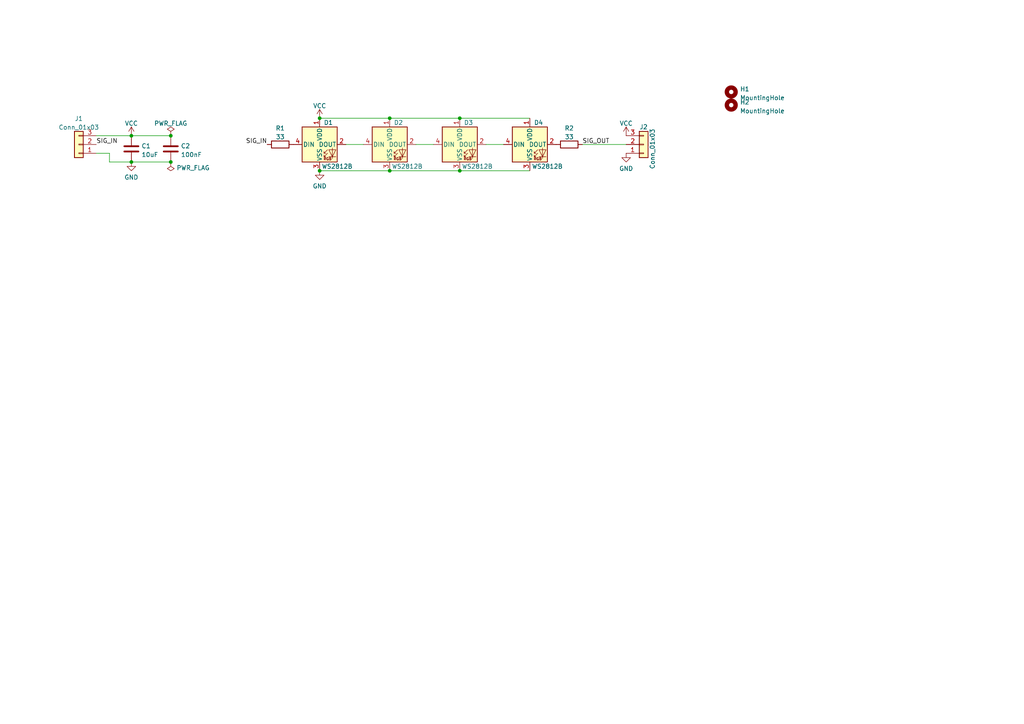
<source format=kicad_sch>
(kicad_sch (version 20211123) (generator eeschema)
  (paper "A4")
  (lib_symbols
    (symbol "Connector_Generic:Conn_01x03" (pin_names (offset 1.016) hide)
      (property "Reference" "J" (at 0 5.08 0))
      (property "Value" "Conn_01x03" (at 0 -5.08 0))
      (symbol "Conn_01x03_1_1"
        (rectangle (start -1.27 -2.413) (end 0 -2.667) (stroke (width 0.1524)))
        (rectangle (start -1.27 0.127) (end 0 -0.127) (stroke (width 0.1524)))
        (rectangle (start -1.27 2.667) (end 0 2.413) (stroke (width 0.1524)))
        (rectangle (start -1.27 3.81) (end 1.27 -3.81) (stroke (width 0.254)) (fill (type background)))
        (pin passive line (at -5.08 2.54 0) (length 3.81) (name "Pin_1") (number "1"))
        (pin passive line (at -5.08 0 0) (length 3.81) (name "Pin_2") (number "2"))
        (pin passive line (at -5.08 -2.54 0) (length 3.81) (name "Pin_3") (number "3"))
      )
    )
    (symbol "Device:C" (pin_numbers hide) (pin_names (offset 0.254))
      (property "Reference" "C" (at 0.635 2.54 0))
      (property "Value" "C" (at 0.635 -2.54 0))
      (symbol "C_0_1"
        (polyline (pts (xy -2.032 -0.762) (xy 2.032 -0.762)) (stroke (width 0.508)))
        (polyline (pts (xy -2.032 0.762) (xy 2.032 0.762)) (stroke (width 0.508)))
      )
      (symbol "C_1_1"
        (pin passive line (at 0 3.81 270) (length 2.794) (name "~") (number "1"))
        (pin passive line (at 0 -3.81 90) (length 2.794) (name "~") (number "2"))
      )
    )
    (symbol "Device:R" (pin_numbers hide) (pin_names (offset 0))
      (property "Reference" "R" (at 2.032 0 90))
      (property "Value" "R" (at 0 0 90))
      (symbol "R_0_1"
        (rectangle (start -1.016 -2.54) (end 1.016 2.54) (stroke (width 0.254)))
      )
      (symbol "R_1_1"
        (pin passive line (at 0 3.81 270) (length 1.27) (name "~") (number "1"))
        (pin passive line (at 0 -3.81 90) (length 1.27) (name "~") (number "2"))
      )
    )
    (symbol "LED:WS2812B" (pin_names (offset 0.254))
      (property "Reference" "D" (at 5.08 5.715 0))
      (property "Value" "WS2812B" (at 1.27 -5.715 0))
      (symbol "WS2812B_0_0"
        (text "RGB" (at 2.286 -4.191 0) (effects (font (size 0.762 0.762))))
      )
      (symbol "WS2812B_0_1"
        (polyline (pts (xy 1.27 -3.556) (xy 1.778 -3.556)))
        (polyline (pts (xy 1.27 -2.54) (xy 1.778 -2.54)))
        (polyline (pts (xy 4.699 -3.556) (xy 2.667 -3.556)))
        (polyline (pts (xy 2.286 -2.54) (xy 1.27 -3.556) (xy 1.27 -3.048)))
        (polyline (pts (xy 2.286 -1.524) (xy 1.27 -2.54) (xy 1.27 -2.032)))
        (polyline (pts (xy 3.683 -1.016) (xy 3.683 -3.556) (xy 3.683 -4.064)))
        (polyline (pts (xy 4.699 -1.524) (xy 2.667 -1.524) (xy 3.683 -3.556) (xy 4.699 -1.524)))
        (rectangle (start 5.08 5.08) (end -5.08 -5.08) (stroke (width 0.254)) (fill (type background)))
      )
      (symbol "WS2812B_1_1"
        (pin power_in line (at 0 7.62 270) (length 2.54) (name "VDD") (number "1"))
        (pin output line (at 7.62 0 180) (length 2.54) (name "DOUT") (number "2"))
        (pin power_in line (at 0 -7.62 90) (length 2.54) (name "VSS") (number "3"))
        (pin input line (at -7.62 0 0) (length 2.54) (name "DIN") (number "4"))
      )
    )
    (symbol "Mechanical:MountingHole" (pin_names (offset 1.016))
      (property "Reference" "H" (at 0 5.08 0))
      (property "Value" "MountingHole" (at 0 3.175 0))
      (symbol "MountingHole_0_1"
        (circle (center 0 0) (radius 1.27) (stroke (width 1.27)))
      )
    )
    (symbol "power:GND" (power) (pin_names (offset 0))
      (property "Value" "GND" (at 0 -3.81 0))
      (symbol "GND_0_1"
        (polyline (pts (xy 0 0) (xy 0 -1.27) (xy 1.27 -1.27) (xy 0 -2.54) (xy -1.27 -1.27) (xy 0 -1.27)))
      )
      (symbol "GND_1_1"
        (pin power_in line (at 0 0 270) (length 0) hide (name "GND") (number "1"))
      )
    )
    (symbol "power:PWR_FLAG" (power) (pin_numbers hide) (pin_names (offset 0) hide)
      (property "Value" "PWR_FLAG" (at 0 3.81 0))
      (symbol "PWR_FLAG_0_0"
        (pin power_out line (at 0 0 90) (length 0) (name "pwr") (number "1"))
      )
      (symbol "PWR_FLAG_0_1"
        (polyline (pts (xy 0 0) (xy 0 1.27) (xy -1.016 1.905) (xy 0 2.54) (xy 1.016 1.905) (xy 0 1.27)))
      )
    )
    (symbol "power:VCC" (power) (pin_names (offset 0))
      (property "Value" "VCC" (at 0 3.81 0))
      (symbol "VCC_0_1"
        (polyline (pts (xy -0.762 1.27) (xy 0 2.54)))
        (polyline (pts (xy 0 0) (xy 0 2.54)))
        (polyline (pts (xy 0 2.54) (xy 0.762 1.27)))
      )
      (symbol "VCC_1_1"
        (pin power_in line (at 0 0 90) (length 0) hide (name "VCC") (number "1"))
      )
    )
  )
  (junction (at 113.03 49.53))
  (junction (at 92.71 49.53))
  (junction (at 113.03 34.29))
  (junction (at 92.71 34.29))
  (junction (at 38.1 46.99))
  (junction (at 49.53 39.37))
  (junction (at 133.35 34.29))
  (junction (at 38.1 39.37))
  (junction (at 133.35 49.53))
  (junction (at 49.53 46.99))
  (wire (pts (xy 27.94 39.37) (xy 38.1 39.37)))
  (wire (pts (xy 92.71 34.29) (xy 113.03 34.29)))
  (wire (pts (xy 113.03 49.53) (xy 133.35 49.53)))
  (wire (pts (xy 140.97 41.91) (xy 146.05 41.91)))
  (wire (pts (xy 31.75 46.99) (xy 31.75 44.45)))
  (wire (pts (xy 133.35 49.53) (xy 153.67 49.53)))
  (wire (pts (xy 168.91 41.91) (xy 181.61 41.91)))
  (wire (pts (xy 38.1 46.99) (xy 49.53 46.99)))
  (wire (pts (xy 92.71 49.53) (xy 113.03 49.53)))
  (wire (pts (xy 133.35 34.29) (xy 153.67 34.29)))
  (wire (pts (xy 38.1 39.37) (xy 49.53 39.37)))
  (wire (pts (xy 100.33 41.91) (xy 105.41 41.91)))
  (wire (pts (xy 31.75 44.45) (xy 27.94 44.45)))
  (wire (pts (xy 113.03 34.29) (xy 133.35 34.29)))
  (wire (pts (xy 120.65 41.91) (xy 125.73 41.91)))
  (wire (pts (xy 38.1 46.99) (xy 31.75 46.99)))
  (label "SIG_OUT" (at 168.91 41.91 0))
  (label "SIG_IN" (at 27.94 41.91 0))
  (label "SIG_IN" (at 77.47 41.91 180))
  (symbol (lib_id "LED:WS2812B") (at 153.67 41.91 0) (unit 1)
    (property "Reference" "D4" (at 156.21 35.56 0))
    (property "Value" "WS2812B" (at 158.75 48.26 0))
    (property "Footprint" "LED_SMD:LED_WS2812B_PLCC4_5.0x5.0mm_P3.2mm" (effects hide))
    (property "Datasheet" "https://cdn-shop.adafruit.com/datasheets/WS2812B.pdf" (effects hide))
    (property "LCSC" "C2761796" (effects hide))
  )
  (symbol (lib_id "power:VCC") (at 38.1 39.37 0) (unit 1)
    (property "Reference" "#PWR01" (effects hide))
    (property "Value" "VCC" (at 38.1 35.7942 0))
  )
  (symbol (lib_id "power:VCC") (at 181.61 39.37 0) (unit 1)
    (property "Reference" "#PWR05" (effects hide))
    (property "Value" "VCC" (at 181.61 35.7942 0))
  )
  (symbol (lib_id "power:PWR_FLAG") (at 49.53 39.37 0) (unit 1)
    (property "Reference" "#FLG01" (effects hide))
    (property "Value" "PWR_FLAG" (at 49.53 35.7942 0))
  )
  (symbol (lib_id "LED:WS2812B") (at 92.71 41.91 0) (unit 1)
    (property "Reference" "D1" (at 95.25 35.56 0))
    (property "Value" "WS2812B" (at 97.79 48.26 0))
    (property "Footprint" "LED_SMD:LED_WS2812B_PLCC4_5.0x5.0mm_P3.2mm" (effects hide))
    (property "Datasheet" "https://cdn-shop.adafruit.com/datasheets/WS2812B.pdf" (effects hide))
    (property "LCSC" "C2761796" (effects hide))
  )
  (symbol (lib_id "power:VCC") (at 92.71 34.29 0) (unit 1)
    (property "Reference" "#PWR03" (effects hide))
    (property "Value" "VCC" (at 92.71 30.7142 0))
  )
  (symbol (lib_id "LED:WS2812B") (at 113.03 41.91 0) (unit 1)
    (property "Reference" "D2" (at 115.57 35.56 0))
    (property "Value" "WS2812B" (at 118.11 48.26 0))
    (property "Footprint" "LED_SMD:LED_WS2812B_PLCC4_5.0x5.0mm_P3.2mm" (effects hide))
    (property "Datasheet" "https://cdn-shop.adafruit.com/datasheets/WS2812B.pdf" (effects hide))
    (property "LCSC" "C2761796" (effects hide))
  )
  (symbol (lib_id "Device:C") (at 49.53 43.18 0) (unit 1)
    (property "Reference" "C2" (at 52.451 42.3453 0) (effects (justify left)))
    (property "Value" "100nF" (at 52.451 44.8822 0) (effects (justify left)))
    (property "Footprint" "Capacitor_SMD:C_0402_1005Metric" (effects hide))
    (property "LCSC" "C307331" (effects hide))
  )
  (symbol (lib_id "Mechanical:MountingHole") (at 212.09 30.48 0) (unit 1)
    (property "Reference" "H2" (at 214.63 29.6453 0) (effects (justify left)))
    (property "Value" "MountingHole" (at 214.63 32.1822 0) (effects (justify left)))
    (property "Footprint" "MountingHole:MountingHole_3.2mm_M3" (effects hide))
  )
  (symbol (lib_id "Mechanical:MountingHole") (at 212.09 26.67 0) (unit 1)
    (property "Reference" "H1" (at 214.63 25.8353 0) (effects (justify left)))
    (property "Value" "MountingHole" (at 214.63 28.3722 0) (effects (justify left)))
    (property "Footprint" "MountingHole:MountingHole_3.2mm_M3" (effects hide))
  )
  (symbol (lib_id "Connector_Generic:Conn_01x03") (at 186.69 41.91 0) (mirror x) (unit 1)
    (property "Reference" "J2" (at 186.69 36.83 0))
    (property "Value" "Conn_01x03" (at 189.23 43.18 90))
    (property "Footprint" "Connector_PinHeader_2.54mm:PinHeader_1x03_P2.54mm_Vertical" (effects hide))
  )
  (symbol (lib_id "Device:R") (at 165.1 41.91 90) (unit 1)
    (property "Reference" "R2" (at 165.1 37.1942 90))
    (property "Value" "33" (at 165.1 39.7311 90))
    (property "Footprint" "Resistor_SMD:R_0603_1608Metric" (effects hide))
    (property "LCSC" "C23140" (effects hide))
  )
  (symbol (lib_id "Device:C") (at 38.1 43.18 0) (unit 1)
    (property "Reference" "C1" (at 41.021 42.3453 0) (effects (justify left)))
    (property "Value" "10uF" (at 41.021 44.8822 0) (effects (justify left)))
    (property "Footprint" "Capacitor_SMD:C_0603_1608Metric" (effects hide))
    (property "LCSC" "C96446" (effects hide))
  )
  (symbol (lib_id "power:GND") (at 92.71 49.53 0) (unit 1)
    (property "Reference" "#PWR04" (effects hide))
    (property "Value" "GND" (at 92.71 53.9734 0))
  )
  (symbol (lib_id "power:PWR_FLAG") (at 49.53 46.99 180) (unit 1)
    (property "Reference" "#FLG02" (effects hide))
    (property "Value" "PWR_FLAG" (at 51.181 48.6938 0) (effects (justify right)))
  )
  (symbol (lib_id "LED:WS2812B") (at 133.35 41.91 0) (unit 1)
    (property "Reference" "D3" (at 135.89 35.56 0))
    (property "Value" "WS2812B" (at 138.43 48.26 0))
    (property "Footprint" "LED_SMD:LED_WS2812B_PLCC4_5.0x5.0mm_P3.2mm" (effects hide))
    (property "Datasheet" "https://cdn-shop.adafruit.com/datasheets/WS2812B.pdf" (effects hide))
    (property "LCSC" "C2761796" (effects hide))
  )
  (symbol (lib_id "power:GND") (at 181.61 44.45 0) (unit 1)
    (property "Reference" "#PWR06" (effects hide))
    (property "Value" "GND" (at 181.61 48.8934 0))
  )
  (symbol (lib_id "Device:R") (at 81.28 41.91 90) (unit 1)
    (property "Reference" "R1" (at 81.28 37.1942 90))
    (property "Value" "33" (at 81.28 39.7311 90))
    (property "Footprint" "Resistor_SMD:R_0603_1608Metric" (effects hide))
    (property "LCSC" "C23140" (effects hide))
  )
  (symbol (lib_id "Connector_Generic:Conn_01x03") (at 22.86 41.91 180) (unit 1)
    (property "Reference" "J1" (at 22.86 34.4002 0))
    (property "Value" "Conn_01x03" (at 22.86 36.9371 0))
    (property "Footprint" "Connector_PinHeader_2.54mm:PinHeader_1x03_P2.54mm_Vertical" (effects hide))
  )
  (symbol (lib_id "power:GND") (at 38.1 46.99 0) (unit 1)
    (property "Reference" "#PWR02" (effects hide))
    (property "Value" "GND" (at 38.1 51.4334 0))
  )
)
</source>
